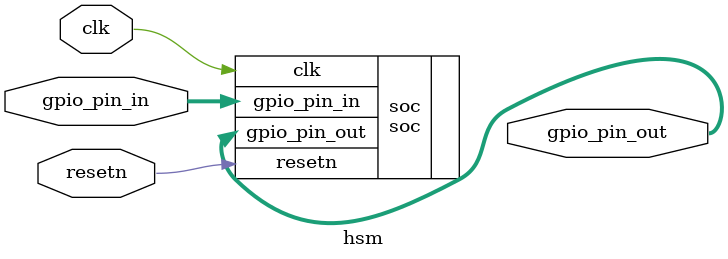
<source format=v>
module hsm #(
    parameter ROM_ADDR_BITS = 17, // 128K ROM
    parameter RAM_ADDR_BITS = 12, // 4K RAM
    parameter FRAM_ADDR_BITS = 12 // 4k FRAM
) (
    input clk,
    input resetn,
    input [7:0] gpio_pin_in,
    output [7:0] gpio_pin_out
);

soc #(
    .ROM_ADDR_BITS (ROM_ADDR_BITS),
    .RAM_ADDR_BITS (RAM_ADDR_BITS),
    .FRAM_ADDR_BITS (FRAM_ADDR_BITS)
) soc (
    .clk,
    .resetn,
    .gpio_pin_in,
    .gpio_pin_out
);

endmodule

</source>
